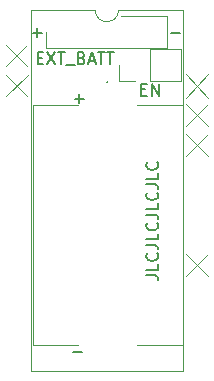
<source format=gbr>
%TF.GenerationSoftware,KiCad,Pcbnew,(5.1.6)-1*%
%TF.CreationDate,2021-07-23T13:19:56-04:00*%
%TF.ProjectId,RTC-12887-switch,5254432d-3132-4383-9837-2d7377697463,rev?*%
%TF.SameCoordinates,Original*%
%TF.FileFunction,Legend,Top*%
%TF.FilePolarity,Positive*%
%FSLAX46Y46*%
G04 Gerber Fmt 4.6, Leading zero omitted, Abs format (unit mm)*
G04 Created by KiCad (PCBNEW (5.1.6)-1) date 2021-07-23 13:19:56*
%MOMM*%
%LPD*%
G01*
G04 APERTURE LIST*
%ADD10C,0.120000*%
%ADD11C,0.150000*%
%ADD12C,0.100000*%
G04 APERTURE END LIST*
D10*
X133858000Y-99060000D02*
X131953000Y-97155000D01*
X131953000Y-99060000D02*
X133858000Y-97155000D01*
X133858000Y-88900000D02*
X131953000Y-86995000D01*
X131953000Y-88900000D02*
X133858000Y-86995000D01*
X131953000Y-81915000D02*
X133858000Y-83947000D01*
X133858000Y-81915000D02*
X131953000Y-83947000D01*
X131953000Y-84455000D02*
X133858000Y-86360000D01*
X131953000Y-86360000D02*
X133858000Y-84455000D01*
X118618000Y-82042000D02*
X116713000Y-83820000D01*
X116713000Y-82042000D02*
X118491000Y-83820000D01*
X116713000Y-81280000D02*
X118491000Y-79502000D01*
X116713000Y-79502000D02*
X118491000Y-81280000D01*
D11*
X128611380Y-98980047D02*
X129325666Y-98980047D01*
X129468523Y-99027666D01*
X129563761Y-99122904D01*
X129611380Y-99265761D01*
X129611380Y-99361000D01*
X129611380Y-98027666D02*
X129611380Y-98503857D01*
X128611380Y-98503857D01*
X129516142Y-97122904D02*
X129563761Y-97170523D01*
X129611380Y-97313380D01*
X129611380Y-97408619D01*
X129563761Y-97551476D01*
X129468523Y-97646714D01*
X129373285Y-97694333D01*
X129182809Y-97741952D01*
X129039952Y-97741952D01*
X128849476Y-97694333D01*
X128754238Y-97646714D01*
X128659000Y-97551476D01*
X128611380Y-97408619D01*
X128611380Y-97313380D01*
X128659000Y-97170523D01*
X128706619Y-97122904D01*
X128611380Y-96408619D02*
X129325666Y-96408619D01*
X129468523Y-96456238D01*
X129563761Y-96551476D01*
X129611380Y-96694333D01*
X129611380Y-96789571D01*
X129611380Y-95456238D02*
X129611380Y-95932428D01*
X128611380Y-95932428D01*
X129516142Y-94551476D02*
X129563761Y-94599095D01*
X129611380Y-94741952D01*
X129611380Y-94837190D01*
X129563761Y-94980047D01*
X129468523Y-95075285D01*
X129373285Y-95122904D01*
X129182809Y-95170523D01*
X129039952Y-95170523D01*
X128849476Y-95122904D01*
X128754238Y-95075285D01*
X128659000Y-94980047D01*
X128611380Y-94837190D01*
X128611380Y-94741952D01*
X128659000Y-94599095D01*
X128706619Y-94551476D01*
X128611380Y-93837190D02*
X129325666Y-93837190D01*
X129468523Y-93884809D01*
X129563761Y-93980047D01*
X129611380Y-94122904D01*
X129611380Y-94218142D01*
X129611380Y-92884809D02*
X129611380Y-93361000D01*
X128611380Y-93361000D01*
X129516142Y-91980047D02*
X129563761Y-92027666D01*
X129611380Y-92170523D01*
X129611380Y-92265761D01*
X129563761Y-92408619D01*
X129468523Y-92503857D01*
X129373285Y-92551476D01*
X129182809Y-92599095D01*
X129039952Y-92599095D01*
X128849476Y-92551476D01*
X128754238Y-92503857D01*
X128659000Y-92408619D01*
X128611380Y-92265761D01*
X128611380Y-92170523D01*
X128659000Y-92027666D01*
X128706619Y-91980047D01*
X128611380Y-91265761D02*
X129325666Y-91265761D01*
X129468523Y-91313380D01*
X129563761Y-91408619D01*
X129611380Y-91551476D01*
X129611380Y-91646714D01*
X129611380Y-90313380D02*
X129611380Y-90789571D01*
X128611380Y-90789571D01*
X129516142Y-89408619D02*
X129563761Y-89456238D01*
X129611380Y-89599095D01*
X129611380Y-89694333D01*
X129563761Y-89837190D01*
X129468523Y-89932428D01*
X129373285Y-89980047D01*
X129182809Y-90027666D01*
X129039952Y-90027666D01*
X128849476Y-89980047D01*
X128754238Y-89932428D01*
X128659000Y-89837190D01*
X128611380Y-89694333D01*
X128611380Y-89599095D01*
X128659000Y-89456238D01*
X128706619Y-89408619D01*
X122428047Y-105481428D02*
X123189952Y-105481428D01*
X119412142Y-80573571D02*
X119745476Y-80573571D01*
X119888333Y-81097380D02*
X119412142Y-81097380D01*
X119412142Y-80097380D01*
X119888333Y-80097380D01*
X120221666Y-80097380D02*
X120888333Y-81097380D01*
X120888333Y-80097380D02*
X120221666Y-81097380D01*
X121126428Y-80097380D02*
X121697857Y-80097380D01*
X121412142Y-81097380D02*
X121412142Y-80097380D01*
X121793095Y-81192619D02*
X122555000Y-81192619D01*
X123126428Y-80573571D02*
X123269285Y-80621190D01*
X123316904Y-80668809D01*
X123364523Y-80764047D01*
X123364523Y-80906904D01*
X123316904Y-81002142D01*
X123269285Y-81049761D01*
X123174047Y-81097380D01*
X122793095Y-81097380D01*
X122793095Y-80097380D01*
X123126428Y-80097380D01*
X123221666Y-80145000D01*
X123269285Y-80192619D01*
X123316904Y-80287857D01*
X123316904Y-80383095D01*
X123269285Y-80478333D01*
X123221666Y-80525952D01*
X123126428Y-80573571D01*
X122793095Y-80573571D01*
X123745476Y-80811666D02*
X124221666Y-80811666D01*
X123650238Y-81097380D02*
X123983571Y-80097380D01*
X124316904Y-81097380D01*
X124507380Y-80097380D02*
X125078809Y-80097380D01*
X124793095Y-81097380D02*
X124793095Y-80097380D01*
X125269285Y-80097380D02*
X125840714Y-80097380D01*
X125555000Y-81097380D02*
X125555000Y-80097380D01*
X130683047Y-78430428D02*
X131444952Y-78430428D01*
X118999047Y-78430428D02*
X119760952Y-78430428D01*
X119380000Y-78811380D02*
X119380000Y-78049476D01*
X122555047Y-84018428D02*
X123316952Y-84018428D01*
X122936000Y-84399380D02*
X122936000Y-83637476D01*
D10*
%TO.C,J1*%
X130362000Y-79689000D02*
X130362000Y-77029000D01*
X121412000Y-79689000D02*
X130362000Y-79689000D01*
X126492000Y-77029000D02*
X130362000Y-77029000D01*
X121412000Y-79689000D02*
X120082000Y-79689000D01*
X120082000Y-79689000D02*
X120082000Y-78359000D01*
D12*
%TO.C,U1*%
X125249000Y-82533000D02*
X125249000Y-82533000D01*
X125249000Y-82633000D02*
X125249000Y-82633000D01*
X131699000Y-84583000D02*
X127849000Y-84583000D01*
X131699000Y-104883000D02*
X131699000Y-84583000D01*
X127849000Y-104883000D02*
X131699000Y-104883000D01*
X118999000Y-104883000D02*
X122849000Y-104883000D01*
X118999000Y-84583000D02*
X118999000Y-104883000D01*
X122849000Y-84583000D02*
X118999000Y-84583000D01*
X125249000Y-82533000D02*
G75*
G03*
X125249000Y-82633000I0J-50000D01*
G01*
X125249000Y-82633000D02*
G75*
G03*
X125249000Y-82533000I0J50000D01*
G01*
D10*
%TO.C,IC2*%
X124273001Y-76495001D02*
X118813001Y-76495001D01*
X118813001Y-76495001D02*
X118813001Y-107095001D01*
X118813001Y-107095001D02*
X131733001Y-107095001D01*
X131733001Y-107095001D02*
X131733001Y-76495001D01*
X131733001Y-76495001D02*
X126273001Y-76495001D01*
X126273001Y-76495001D02*
G75*
G02*
X124273001Y-76495001I-1000000J0D01*
G01*
%TO.C,EN*%
X131505000Y-82483000D02*
X131505000Y-79823000D01*
X128905000Y-82483000D02*
X131505000Y-82483000D01*
X128905000Y-79823000D02*
X131505000Y-79823000D01*
X128905000Y-82483000D02*
X128905000Y-79823000D01*
X127635000Y-82483000D02*
X126305000Y-82483000D01*
X126305000Y-82483000D02*
X126305000Y-81153000D01*
D11*
X128166904Y-83240571D02*
X128500238Y-83240571D01*
X128643095Y-83764380D02*
X128166904Y-83764380D01*
X128166904Y-82764380D01*
X128643095Y-82764380D01*
X129071666Y-83764380D02*
X129071666Y-82764380D01*
X129643095Y-83764380D01*
X129643095Y-82764380D01*
%TD*%
M02*

</source>
